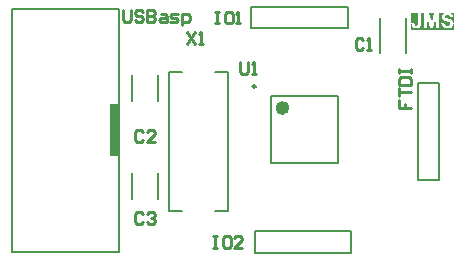
<source format=gbr>
%TF.GenerationSoftware,Altium Limited,Altium Designer,23.1.1 (15)*%
G04 Layer_Color=65535*
%FSLAX45Y45*%
%MOMM*%
%TF.SameCoordinates,911EB459-FC51-413D-8FB5-29AF24146691*%
%TF.FilePolarity,Positive*%
%TF.FileFunction,Legend,Top*%
%TF.Part,Single*%
G01*
G75*
%TA.AperFunction,NonConductor*%
%ADD23C,0.60000*%
%ADD24C,0.25000*%
%ADD25C,0.20000*%
%ADD26C,0.25400*%
%ADD27R,0.80000X4.50000*%
G36*
X3920000Y1992051D02*
X3550000D01*
Y2142051D01*
X3860357D01*
X3854987Y2141866D01*
X3850173Y2141310D01*
X3845914Y2140570D01*
X3842211Y2139829D01*
X3840545Y2139273D01*
X3839063Y2138903D01*
X3837952Y2138533D01*
X3836841Y2138162D01*
X3836101Y2137792D01*
X3835545Y2137607D01*
X3835175Y2137422D01*
X3834990D01*
X3831286Y2135570D01*
X3828138Y2133533D01*
X3825361Y2131311D01*
X3823139Y2129274D01*
X3821287Y2127423D01*
X3820176Y2125941D01*
X3819250Y2124830D01*
X3819065Y2124645D01*
Y2124460D01*
X3817214Y2121312D01*
X3815917Y2117979D01*
X3814992Y2114831D01*
X3814436Y2112054D01*
X3814066Y2109647D01*
X3813695Y2107795D01*
Y2107054D01*
Y2106499D01*
Y2106314D01*
Y2106129D01*
X3813881Y2103351D01*
X3814251Y2100574D01*
X3814806Y2098166D01*
X3815547Y2095759D01*
X3817399Y2091315D01*
X3819621Y2087427D01*
X3820547Y2085760D01*
X3821658Y2084464D01*
X3822583Y2083168D01*
X3823509Y2082057D01*
X3824250Y2081316D01*
X3824805Y2080761D01*
X3825176Y2080391D01*
X3825361Y2080205D01*
X3827027Y2078909D01*
X3829064Y2077613D01*
X3831101Y2076317D01*
X3833508Y2075206D01*
X3838137Y2072984D01*
X3842952Y2071132D01*
X3845359Y2070392D01*
X3847396Y2069651D01*
X3849432Y2069095D01*
X3851099Y2068540D01*
X3852395Y2068170D01*
X3853506Y2067799D01*
X3854247Y2067614D01*
X3854432D01*
X3857395Y2066873D01*
X3859987Y2066133D01*
X3862394Y2065577D01*
X3864616Y2065022D01*
X3866468Y2064466D01*
X3868134Y2064096D01*
X3869616Y2063540D01*
X3870912Y2063170D01*
X3872023Y2062985D01*
X3872949Y2062615D01*
X3874245Y2062244D01*
X3874985Y2061874D01*
X3875171D01*
X3877578Y2060948D01*
X3879429Y2060022D01*
X3881096Y2059096D01*
X3882392Y2058171D01*
X3883318Y2057430D01*
X3883873Y2056874D01*
X3884244Y2056504D01*
X3884429Y2056319D01*
X3885355Y2055023D01*
X3886095Y2053727D01*
X3886466Y2052430D01*
X3886836Y2051319D01*
X3887021Y2050208D01*
X3887206Y2049283D01*
Y2048727D01*
Y2048542D01*
X3887021Y2045950D01*
X3886281Y2043728D01*
X3885170Y2041506D01*
X3884059Y2039654D01*
X3882762Y2038173D01*
X3881837Y2037062D01*
X3881096Y2036321D01*
X3880726Y2036136D01*
X3878133Y2034469D01*
X3875171Y2033173D01*
X3872023Y2032247D01*
X3869060Y2031692D01*
X3866283Y2031322D01*
X3864061Y2030951D01*
X3862024D01*
X3857765Y2031136D01*
X3854062Y2031877D01*
X3850914Y2032803D01*
X3848136Y2033914D01*
X3845914Y2035025D01*
X3844433Y2035951D01*
X3843507Y2036691D01*
X3843137Y2036877D01*
X3840730Y2039469D01*
X3838878Y2042246D01*
X3837212Y2045394D01*
X3836101Y2048542D01*
X3835175Y2051319D01*
X3834434Y2053541D01*
X3834249Y2054282D01*
Y2055023D01*
X3834064Y2055393D01*
Y2055578D01*
X3808881Y2053171D01*
X3809437Y2049283D01*
X3810177Y2045579D01*
X3811288Y2042061D01*
X3812214Y2038913D01*
X3813510Y2035951D01*
X3814806Y2033173D01*
X3816103Y2030766D01*
X3817399Y2028544D01*
X3818695Y2026692D01*
X3819991Y2025026D01*
X3821102Y2023545D01*
X3822213Y2022248D01*
X3822954Y2021323D01*
X3823694Y2020767D01*
X3824065Y2020397D01*
X3824250Y2020212D01*
X3826842Y2018175D01*
X3829620Y2016508D01*
X3832582Y2015027D01*
X3835730Y2013731D01*
X3838693Y2012805D01*
X3841841Y2011879D01*
X3847951Y2010583D01*
X3850729Y2010027D01*
X3853321Y2009657D01*
X3855543Y2009472D01*
X3857580Y2009287D01*
X3859246Y2009102D01*
X3861653D01*
X3867579Y2009287D01*
X3872949Y2009842D01*
X3877763Y2010583D01*
X3879800Y2010953D01*
X3881837Y2011509D01*
X3883503Y2011879D01*
X3884984Y2012249D01*
X3886281Y2012620D01*
X3887392Y2012990D01*
X3888317Y2013360D01*
X3888873Y2013546D01*
X3889243Y2013731D01*
X3889428D01*
X3893502Y2015768D01*
X3896835Y2017990D01*
X3899983Y2020212D01*
X3902390Y2022619D01*
X3904242Y2024656D01*
X3905723Y2026507D01*
X3906464Y2027618D01*
X3906834Y2027803D01*
Y2027989D01*
X3908871Y2031692D01*
X3910537Y2035210D01*
X3911648Y2038728D01*
X3912389Y2042061D01*
X3912759Y2044654D01*
X3912944Y2045950D01*
X3913130Y2046876D01*
Y2048727D01*
X3912944Y2053171D01*
X3912389Y2057060D01*
X3911463Y2060578D01*
X3910537Y2063540D01*
X3909611Y2065948D01*
X3908686Y2067614D01*
X3908130Y2068725D01*
X3907945Y2069095D01*
X3905908Y2072058D01*
X3903501Y2074650D01*
X3901094Y2076872D01*
X3898872Y2078724D01*
X3896835Y2080205D01*
X3895168Y2081316D01*
X3894057Y2082057D01*
X3893872Y2082242D01*
X3893687D01*
X3891835Y2083168D01*
X3889984Y2084094D01*
X3885540Y2085760D01*
X3880911Y2087242D01*
X3876467Y2088723D01*
X3874430Y2089279D01*
X3872393Y2089834D01*
X3870541Y2090390D01*
X3869060Y2090760D01*
X3867764Y2091130D01*
X3866838Y2091315D01*
X3866097Y2091501D01*
X3865912D01*
X3862579Y2092426D01*
X3859617Y2093167D01*
X3856839Y2093908D01*
X3854247Y2094648D01*
X3852210Y2095389D01*
X3850173Y2096130D01*
X3848507Y2096870D01*
X3847025Y2097426D01*
X3845729Y2097981D01*
X3844803Y2098537D01*
X3843878Y2098907D01*
X3843322Y2099277D01*
X3842396Y2099833D01*
X3842211Y2100018D01*
X3840915Y2101314D01*
X3839989Y2102610D01*
X3839434Y2103907D01*
X3839063Y2105203D01*
X3838693Y2106129D01*
X3838508Y2107054D01*
Y2107610D01*
Y2107795D01*
X3838693Y2109647D01*
X3839063Y2111128D01*
X3839804Y2112609D01*
X3840545Y2113720D01*
X3841285Y2114646D01*
X3842026Y2115202D01*
X3842396Y2115572D01*
X3842581Y2115757D01*
X3845174Y2117424D01*
X3847951Y2118535D01*
X3850914Y2119461D01*
X3853691Y2120016D01*
X3856098Y2120386D01*
X3858135Y2120572D01*
X3859987D01*
X3863875Y2120386D01*
X3867208Y2119831D01*
X3869986Y2119090D01*
X3872208Y2118350D01*
X3874060Y2117609D01*
X3875356Y2116868D01*
X3876096Y2116313D01*
X3876282Y2116128D01*
X3878133Y2114276D01*
X3879800Y2112054D01*
X3881096Y2109832D01*
X3882022Y2107425D01*
X3882762Y2105388D01*
X3883133Y2103721D01*
X3883503Y2102425D01*
Y2102240D01*
Y2102055D01*
X3909426Y2102981D01*
X3909241Y2106314D01*
X3908686Y2109276D01*
X3907945Y2112239D01*
X3907019Y2114831D01*
X3906093Y2117424D01*
X3904982Y2119831D01*
X3903871Y2121868D01*
X3902760Y2123905D01*
X3901464Y2125571D01*
X3900353Y2127052D01*
X3899242Y2128349D01*
X3898316Y2129460D01*
X3897576Y2130200D01*
X3897020Y2130756D01*
X3896650Y2131126D01*
X3896465Y2131311D01*
X3894057Y2133163D01*
X3891465Y2134829D01*
X3888688Y2136311D01*
X3885725Y2137607D01*
X3882762Y2138533D01*
X3879800Y2139459D01*
X3873874Y2140755D01*
X3871097Y2141125D01*
X3868690Y2141495D01*
X3866283Y2141681D01*
X3864246Y2141866D01*
X3862579Y2142051D01*
X3920000D01*
Y1992051D01*
D02*
G37*
%LPC*%
G36*
X3789439Y2139644D02*
X3750554D01*
X3727778Y2052060D01*
X3704818Y2139644D01*
X3666118D01*
Y2011509D01*
X3690005D01*
Y2112239D01*
X3715187Y2011509D01*
X3740185D01*
X3765367Y2112239D01*
X3765552Y2011509D01*
X3789439D01*
Y2139644D01*
D02*
G37*
G36*
X3638899D02*
X3612976D01*
Y2056504D01*
Y2053727D01*
X3612790Y2051134D01*
X3612605Y2048912D01*
X3612420Y2046690D01*
X3612050Y2044839D01*
X3611865Y2043172D01*
X3611494Y2041691D01*
X3611124Y2040395D01*
X3610383Y2038358D01*
X3609828Y2037062D01*
X3609457Y2036136D01*
X3609272Y2035951D01*
X3607791Y2034284D01*
X3605939Y2033173D01*
X3603902Y2032247D01*
X3601866Y2031692D01*
X3600199Y2031322D01*
X3598718Y2031136D01*
X3597236D01*
X3594274Y2031507D01*
X3591681Y2032247D01*
X3589459Y2033358D01*
X3587793Y2034655D01*
X3586312Y2035766D01*
X3585386Y2036877D01*
X3584830Y2037617D01*
X3584645Y2037988D01*
X3583719Y2040024D01*
X3582979Y2042246D01*
X3582423Y2044839D01*
X3582053Y2047431D01*
X3581682Y2049838D01*
Y2051690D01*
X3581497Y2052430D01*
Y2052986D01*
Y2053356D01*
Y2053541D01*
X3556870Y2050764D01*
X3557055Y2047061D01*
X3557241Y2043543D01*
X3557796Y2040210D01*
X3558537Y2037247D01*
X3559277Y2034469D01*
X3560018Y2031877D01*
X3560944Y2029655D01*
X3562055Y2027433D01*
X3562981Y2025767D01*
X3563907Y2024100D01*
X3564647Y2022804D01*
X3565388Y2021693D01*
X3566129Y2020767D01*
X3566684Y2020212D01*
X3566869Y2019841D01*
X3567054Y2019656D01*
X3569091Y2017804D01*
X3571313Y2016138D01*
X3573535Y2014842D01*
X3575942Y2013546D01*
X3578349Y2012620D01*
X3580757Y2011694D01*
X3585571Y2010398D01*
X3587793Y2010027D01*
X3589830Y2009657D01*
X3591496Y2009472D01*
X3593163Y2009287D01*
X3594459Y2009102D01*
X3596311D01*
X3602051Y2009472D01*
X3607235Y2010213D01*
X3611679Y2011138D01*
X3613531Y2011879D01*
X3615383Y2012435D01*
X3616864Y2012990D01*
X3618345Y2013731D01*
X3619456Y2014286D01*
X3620382Y2014657D01*
X3621308Y2015212D01*
X3621863Y2015397D01*
X3622049Y2015768D01*
X3622234D01*
X3625752Y2018545D01*
X3628529Y2021508D01*
X3630937Y2024470D01*
X3632788Y2027248D01*
X3634270Y2029840D01*
X3635195Y2031877D01*
X3635566Y2032618D01*
X3635751Y2033173D01*
X3635936Y2033544D01*
Y2033729D01*
X3636862Y2037247D01*
X3637603Y2041321D01*
X3638158Y2045394D01*
X3638528Y2049283D01*
X3638714Y2052801D01*
X3638899Y2054467D01*
Y2139644D01*
D02*
G37*
%LPD*%
D23*
X2495000Y1335000D02*
G03*
X2495000Y1335000I-30000J0D01*
G01*
D24*
X2237500Y1515000D02*
G03*
X2237500Y1515000I-12500J0D01*
G01*
D25*
X2000000Y465000D02*
Y1635000D01*
X1500000Y465000D02*
Y1635000D01*
X1890000D02*
X2000000D01*
X1890000Y465000D02*
X2000000D01*
X1500000Y1635000D02*
X1610000D01*
X1500000Y465000D02*
X1610000D01*
X2365000Y865000D02*
X2935000D01*
X2365000Y1435000D02*
X2935000D01*
Y865000D02*
Y1435000D01*
X2365000Y865000D02*
Y1435000D01*
X177000Y118000D02*
X1077000D01*
Y2174000D01*
X177000Y118000D02*
Y2174000D01*
X1077000D01*
X1192500Y565000D02*
Y785000D01*
X1407500Y565000D02*
Y785000D01*
Y1390000D02*
Y1610000D01*
X1192500Y1390000D02*
Y1610000D01*
X2202000Y2190000D02*
X3017000D01*
Y2010000D02*
Y2190000D01*
X2202000Y2010000D02*
Y2190000D01*
Y2010000D02*
X3017000D01*
X2229000Y110000D02*
X3044000D01*
X2229000D02*
Y290000D01*
X3044000Y110000D02*
Y290000D01*
X2229000D02*
X3044000D01*
X3790000Y729000D02*
Y1544000D01*
X3610000Y729000D02*
X3790000D01*
X3610000Y1544000D02*
X3790000D01*
X3610000Y729000D02*
Y1544000D01*
X3512810Y1804190D02*
Y2095810D01*
X3287190Y1804190D02*
Y2095810D01*
D26*
X1658355Y1974984D02*
X1725000Y1875016D01*
Y1974984D02*
X1658355Y1875016D01*
X1758323D02*
X1791645D01*
X1774984D01*
Y1974984D01*
X1758323Y1958322D01*
X2108355Y1724984D02*
Y1641677D01*
X2125016Y1625016D01*
X2158339D01*
X2175000Y1641677D01*
Y1724984D01*
X2208323Y1625016D02*
X2241645D01*
X2224984D01*
Y1724984D01*
X2208323Y1708322D01*
X1116758Y2166645D02*
Y2083339D01*
X1133419Y2066678D01*
X1166742D01*
X1183403Y2083339D01*
Y2166645D01*
X1283371Y2149984D02*
X1266710Y2166645D01*
X1233387D01*
X1216726Y2149984D01*
Y2133323D01*
X1233387Y2116662D01*
X1266710D01*
X1283371Y2100000D01*
Y2083339D01*
X1266710Y2066678D01*
X1233387D01*
X1216726Y2083339D01*
X1316694Y2166645D02*
Y2066678D01*
X1366677D01*
X1383339Y2083339D01*
Y2100000D01*
X1366677Y2116662D01*
X1316694D01*
X1366677D01*
X1383339Y2133323D01*
Y2149984D01*
X1366677Y2166645D01*
X1316694D01*
X1433323Y2133323D02*
X1466645D01*
X1483306Y2116662D01*
Y2066678D01*
X1433323D01*
X1416661Y2083339D01*
X1433323Y2100000D01*
X1483306D01*
X1516629Y2066678D02*
X1566613D01*
X1583274Y2083339D01*
X1566613Y2100000D01*
X1533291D01*
X1516629Y2116662D01*
X1533291Y2133323D01*
X1583274D01*
X1616597Y2033355D02*
Y2133323D01*
X1666581D01*
X1683242Y2116662D01*
Y2083339D01*
X1666581Y2066678D01*
X1616597D01*
X1283339Y433322D02*
X1266677Y449984D01*
X1233355D01*
X1216694Y433322D01*
Y366677D01*
X1233355Y350016D01*
X1266677D01*
X1283339Y366677D01*
X1316661Y433322D02*
X1333323Y449984D01*
X1366645D01*
X1383306Y433322D01*
Y416661D01*
X1366645Y400000D01*
X1349984D01*
X1366645D01*
X1383306Y383339D01*
Y366677D01*
X1366645Y350016D01*
X1333323D01*
X1316661Y366677D01*
X1283339Y1133323D02*
X1266677Y1149984D01*
X1233355D01*
X1216694Y1133323D01*
Y1066678D01*
X1233355Y1050016D01*
X1266677D01*
X1283339Y1066678D01*
X1383306Y1050016D02*
X1316661D01*
X1383306Y1116661D01*
Y1133323D01*
X1366645Y1149984D01*
X1333323D01*
X1316661Y1133323D01*
X1891702Y2149984D02*
X1925024D01*
X1908363D01*
Y2050016D01*
X1891702D01*
X1925024D01*
X2024992Y2149984D02*
X1991670D01*
X1975008Y2133323D01*
Y2066678D01*
X1991670Y2050016D01*
X2024992D01*
X2041653Y2066678D01*
Y2133323D01*
X2024992Y2149984D01*
X2074976Y2050016D02*
X2108299D01*
X2091637D01*
Y2149984D01*
X2074976Y2133323D01*
X1875040Y249984D02*
X1908363D01*
X1891702D01*
Y150016D01*
X1875040D01*
X1908363D01*
X2008331Y249984D02*
X1975008D01*
X1958347Y233323D01*
Y166678D01*
X1975008Y150016D01*
X2008331D01*
X2024992Y166678D01*
Y233323D01*
X2008331Y249984D01*
X2124960Y150016D02*
X2058315D01*
X2124960Y216661D01*
Y233323D01*
X2108299Y249984D01*
X2074976D01*
X2058315Y233323D01*
X3450016Y1400032D02*
Y1333387D01*
X3500000D01*
Y1366709D01*
Y1333387D01*
X3549984D01*
X3450016Y1433355D02*
Y1500000D01*
Y1466677D01*
X3549984D01*
X3450016Y1533323D02*
X3549984D01*
Y1583306D01*
X3533322Y1599968D01*
X3466677D01*
X3450016Y1583306D01*
Y1533323D01*
Y1633290D02*
Y1666613D01*
Y1649952D01*
X3549984D01*
Y1633290D01*
Y1666613D01*
X3150000Y1908323D02*
X3133339Y1924984D01*
X3100016D01*
X3083355Y1908323D01*
Y1841678D01*
X3100016Y1825016D01*
X3133339D01*
X3150000Y1841678D01*
X3183323Y1825016D02*
X3216645D01*
X3199984D01*
Y1924984D01*
X3183323Y1908323D01*
D27*
X1036999Y1146001D02*
D03*
%TF.MD5,48433194bf142cf0dafa082002f9d38c*%
M02*

</source>
